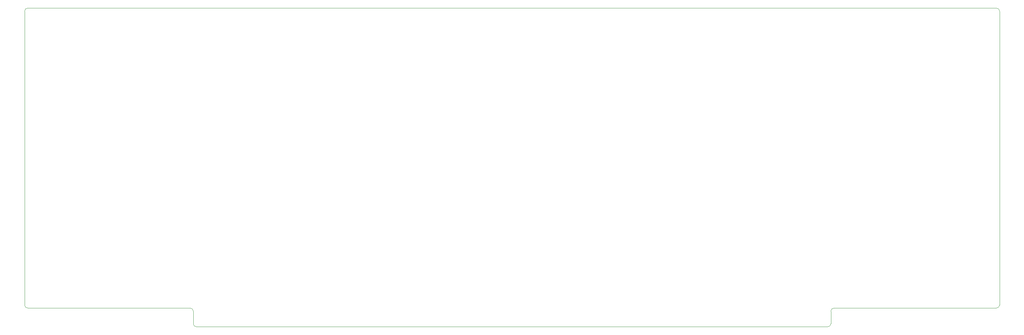
<source format=gbr>
%TF.GenerationSoftware,KiCad,Pcbnew,8.0.3*%
%TF.CreationDate,2024-09-04T21:23:11+02:00*%
%TF.ProjectId,ferntypes,6665726e-7479-4706-9573-2e6b69636164,rev?*%
%TF.SameCoordinates,Original*%
%TF.FileFunction,Profile,NP*%
%FSLAX46Y46*%
G04 Gerber Fmt 4.6, Leading zero omitted, Abs format (unit mm)*
G04 Created by KiCad (PCBNEW 8.0.3) date 2024-09-04 21:23:11*
%MOMM*%
%LPD*%
G01*
G04 APERTURE LIST*
%TA.AperFunction,Profile*%
%ADD10C,0.100000*%
%TD*%
G04 APERTURE END LIST*
D10*
X23812500Y-32543750D02*
G75*
G02*
X24606250Y-31750000I793750J0D01*
G01*
X24606250Y-107950000D02*
G75*
G02*
X23812500Y-107156250I50J793800D01*
G01*
X270668750Y-31750000D02*
X24606250Y-31750000D01*
X67468750Y-112712500D02*
G75*
G02*
X66675000Y-111918750I50J793800D01*
G01*
X65881250Y-107950000D02*
G75*
G02*
X66675000Y-108743750I-50J-793800D01*
G01*
X271462500Y-107156250D02*
G75*
G02*
X270668750Y-107950000I-793800J50D01*
G01*
X271462500Y-32543750D02*
X271462500Y-107156250D01*
X270668750Y-107950000D02*
X229393750Y-107950000D01*
X270668750Y-31750000D02*
G75*
G02*
X271462500Y-32543750I-50J-793800D01*
G01*
X228600000Y-111918750D02*
G75*
G02*
X227806250Y-112712500I-793800J50D01*
G01*
X23812500Y-107156250D02*
X23812500Y-32543750D01*
X65881250Y-107950000D02*
X24606250Y-107950000D01*
X66675000Y-111918750D02*
X66675000Y-108743750D01*
X228600000Y-108743750D02*
X228600000Y-111918750D01*
X228600000Y-108743750D02*
G75*
G02*
X229393750Y-107950000I793800J-50D01*
G01*
X227806250Y-112712500D02*
X67468750Y-112712500D01*
M02*

</source>
